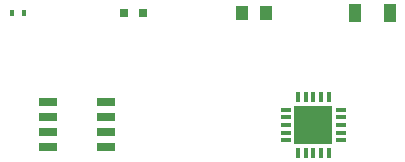
<source format=gbr>
G04 #@! TF.GenerationSoftware,KiCad,Pcbnew,(5.0.2)-1*
G04 #@! TF.CreationDate,2019-05-10T15:40:41-04:00*
G04 #@! TF.ProjectId,Business Card,42757369-6e65-4737-9320-436172642e6b,rev?*
G04 #@! TF.SameCoordinates,Original*
G04 #@! TF.FileFunction,Copper,L2,Bot*
G04 #@! TF.FilePolarity,Positive*
%FSLAX46Y46*%
G04 Gerber Fmt 4.6, Leading zero omitted, Abs format (unit mm)*
G04 Created by KiCad (PCBNEW (5.0.2)-1) date 5/10/2019 3:40:41 PM*
%MOMM*%
%LPD*%
G01*
G04 APERTURE LIST*
G04 #@! TA.AperFunction,SMDPad,CuDef*
%ADD10R,3.250000X3.250000*%
G04 #@! TD*
G04 #@! TA.AperFunction,SMDPad,CuDef*
%ADD11R,0.350000X0.950000*%
G04 #@! TD*
G04 #@! TA.AperFunction,SMDPad,CuDef*
%ADD12R,0.950000X0.350000*%
G04 #@! TD*
G04 #@! TA.AperFunction,SMDPad,CuDef*
%ADD13R,1.600000X0.700000*%
G04 #@! TD*
G04 #@! TA.AperFunction,SMDPad,CuDef*
%ADD14R,0.398780X0.599440*%
G04 #@! TD*
G04 #@! TA.AperFunction,SMDPad,CuDef*
%ADD15R,0.800100X0.800100*%
G04 #@! TD*
G04 #@! TA.AperFunction,SMDPad,CuDef*
%ADD16R,1.000760X1.249680*%
G04 #@! TD*
G04 #@! TA.AperFunction,SMDPad,CuDef*
%ADD17R,1.000760X1.600200*%
G04 #@! TD*
G04 APERTURE END LIST*
D10*
G04 #@! TO.P,QFN,21*
G04 #@! TO.N,N/C*
X179000000Y-95000000D03*
D11*
G04 #@! TO.P,QFN,20*
X180300000Y-92660000D03*
G04 #@! TO.P,QFN,19*
X179650000Y-92660000D03*
G04 #@! TO.P,QFN,18*
X179000000Y-92660000D03*
G04 #@! TO.P,QFN,17*
X178350000Y-92660000D03*
G04 #@! TO.P,QFN,16*
X177700000Y-92660000D03*
D12*
G04 #@! TO.P,QFN,15*
X176660000Y-93700000D03*
G04 #@! TO.P,QFN,14*
X176660000Y-94350000D03*
G04 #@! TO.P,QFN,13*
X176660000Y-95000000D03*
G04 #@! TO.P,QFN,12*
X176660000Y-95650000D03*
G04 #@! TO.P,QFN,11*
X176660000Y-96300000D03*
D11*
G04 #@! TO.P,QFN,10*
X177700000Y-97340000D03*
G04 #@! TO.P,QFN,9*
X178350000Y-97340000D03*
G04 #@! TO.P,QFN,8*
X179000000Y-97340000D03*
G04 #@! TO.P,QFN,7*
X179650000Y-97340000D03*
D12*
G04 #@! TO.P,QFN,5*
X181340000Y-96300000D03*
G04 #@! TO.P,QFN,4*
X181340000Y-95650000D03*
G04 #@! TO.P,QFN,3*
X181340000Y-95000000D03*
G04 #@! TO.P,QFN,2*
X181340000Y-94350000D03*
G04 #@! TO.P,QFN,1*
X181340000Y-93700000D03*
D11*
G04 #@! TO.P,QFN,6*
X180300000Y-97340000D03*
G04 #@! TD*
D13*
G04 #@! TO.P,SOIC,8*
G04 #@! TO.N,N/C*
X156535000Y-93095000D03*
G04 #@! TO.P,SOIC,7*
X156535000Y-94365000D03*
G04 #@! TO.P,SOIC,6*
X156535000Y-95635000D03*
G04 #@! TO.P,SOIC,5*
X156535000Y-96905000D03*
G04 #@! TO.P,SOIC,1*
X161465000Y-93095000D03*
G04 #@! TO.P,SOIC,4*
X161465000Y-96905000D03*
G04 #@! TO.P,SOIC,2*
X161465000Y-94365000D03*
G04 #@! TO.P,SOIC,3*
X161465000Y-95635000D03*
G04 #@! TD*
D14*
G04 #@! TO.P,C90,2*
G04 #@! TO.N,N/C*
X153500000Y-85500000D03*
G04 #@! TO.P,C90,1*
X154500760Y-85500000D03*
G04 #@! TD*
D15*
G04 #@! TO.P,C84,2*
G04 #@! TO.N,N/C*
X163000000Y-85500000D03*
G04 #@! TO.P,C84,1*
X164600200Y-85500000D03*
G04 #@! TD*
D16*
G04 #@! TO.P,L5,2*
G04 #@! TO.N,N/C*
X172999240Y-85500000D03*
G04 #@! TO.P,L5,1*
X175000760Y-85500000D03*
G04 #@! TD*
D17*
G04 #@! TO.P,FB1,2*
G04 #@! TO.N,N/C*
X182498860Y-85500000D03*
G04 #@! TO.P,FB1,1*
X185501140Y-85500000D03*
G04 #@! TD*
M02*

</source>
